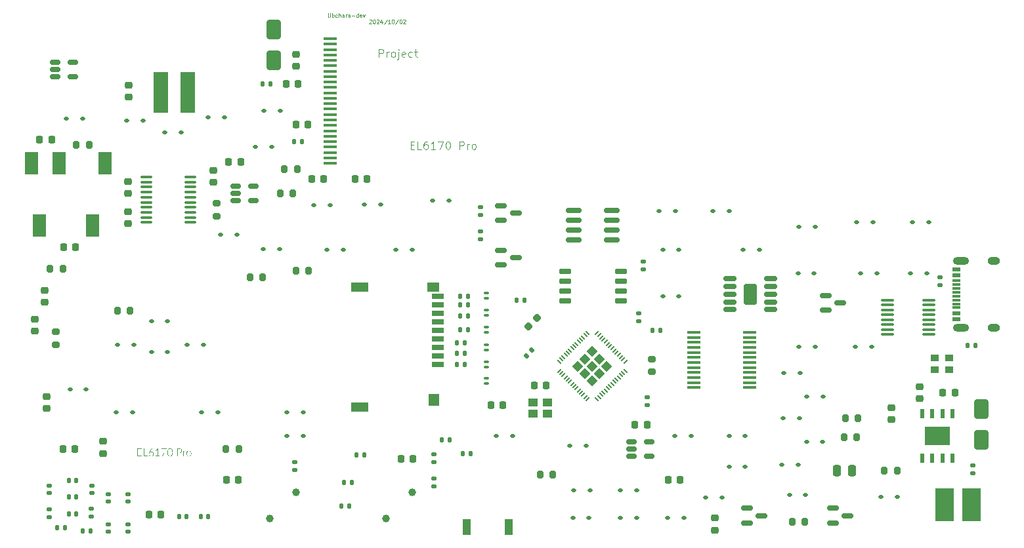
<source format=gtp>
G04 Layer: TopPasteMaskLayer*
G04 EasyEDA Pro v2.2.27.1, 2024-10-03 04:14:18*
G04 Gerber Generator version 0.3*
G04 Scale: 100 percent, Rotated: No, Reflected: No*
G04 Dimensions in millimeters*
G04 Leading zeros omitted, absolute positions, 3 integers and 5 decimals*

%TF.GenerationSoftware,KiCad,Pcbnew,8.0.5-unknown-202409261835~48b9027842~ubuntu24.04.1*%
%TF.CreationDate,2024-10-03T03:13:53+08:00*%
%TF.ProjectId,EL6170_Pro_Max_Plus,454c3631-3730-45f5-9072-6f5f4d61785f,rev?*%
%TF.SameCoordinates,Original*%
%TF.FileFunction,Paste,Top*%
%TF.FilePolarity,Positive*%
%FSLAX46Y46*%
G04 Gerber Fmt 4.6, Leading zero omitted, Abs format (unit mm)*
G04 Created by KiCad (PCBNEW 8.0.5-unknown-202409261835~48b9027842~ubuntu24.04.1) date 2024-10-03 03:13:53*
%MOMM*%
%LPD*%
G01*
G04 APERTURE LIST*
G04 Aperture macros list*
%AMRoundRect*
0 Rectangle with rounded corners*
0 $1 Rounding radius*
0 $2 $3 $4 $5 $6 $7 $8 $9 X,Y pos of 4 corners*
0 Add a 4 corners polygon primitive as box body*
4,1,4,$2,$3,$4,$5,$6,$7,$8,$9,$2,$3,0*
0 Add four circle primitives for the rounded corners*
1,1,$1+$1,$2,$3*
1,1,$1+$1,$4,$5*
1,1,$1+$1,$6,$7*
1,1,$1+$1,$8,$9*
0 Add four rect primitives between the rounded corners*
20,1,$1+$1,$2,$3,$4,$5,0*
20,1,$1+$1,$4,$5,$6,$7,0*
20,1,$1+$1,$6,$7,$8,$9,0*
20,1,$1+$1,$8,$9,$2,$3,0*%
G04 Aperture macros list end*
%ADD10C,0.100000*%
%ADD11C,0.150000*%
%ADD12C,0.040000*%
%ADD13RoundRect,0.200000X0.200000X0.275000X-0.200000X0.275000X-0.200000X-0.275000X0.200000X-0.275000X0*%
%ADD14RoundRect,0.112500X0.187500X0.112500X-0.187500X0.112500X-0.187500X-0.112500X0.187500X-0.112500X0*%
%ADD15R,1.800000X3.000000*%
%ADD16RoundRect,0.135000X-0.135000X-0.185000X0.135000X-0.185000X0.135000X0.185000X-0.135000X0.185000X0*%
%ADD17RoundRect,0.112500X-0.187500X-0.112500X0.187500X-0.112500X0.187500X0.112500X-0.187500X0.112500X0*%
%ADD18RoundRect,0.140000X0.170000X-0.140000X0.170000X0.140000X-0.170000X0.140000X-0.170000X-0.140000X0*%
%ADD19RoundRect,0.150000X-0.587500X-0.150000X0.587500X-0.150000X0.587500X0.150000X-0.587500X0.150000X0*%
%ADD20RoundRect,0.225000X0.225000X0.250000X-0.225000X0.250000X-0.225000X-0.250000X0.225000X-0.250000X0*%
%ADD21RoundRect,0.147500X-0.147500X-0.172500X0.147500X-0.172500X0.147500X0.172500X-0.147500X0.172500X0*%
%ADD22RoundRect,0.218750X0.218750X0.256250X-0.218750X0.256250X-0.218750X-0.256250X0.218750X-0.256250X0*%
%ADD23RoundRect,0.100000X-0.637500X-0.100000X0.637500X-0.100000X0.637500X0.100000X-0.637500X0.100000X0*%
%ADD24RoundRect,0.225000X-0.250000X0.225000X-0.250000X-0.225000X0.250000X-0.225000X0.250000X0.225000X0*%
%ADD25RoundRect,0.147500X-0.172500X0.147500X-0.172500X-0.147500X0.172500X-0.147500X0.172500X0.147500X0*%
%ADD26RoundRect,0.135000X-0.185000X0.135000X-0.185000X-0.135000X0.185000X-0.135000X0.185000X0.135000X0*%
%ADD27RoundRect,0.140000X-0.140000X-0.170000X0.140000X-0.170000X0.140000X0.170000X-0.140000X0.170000X0*%
%ADD28RoundRect,0.225000X0.250000X-0.225000X0.250000X0.225000X-0.250000X0.225000X-0.250000X-0.225000X0*%
%ADD29R,1.600000X0.700000*%
%ADD30R,1.600000X1.200000*%
%ADD31R,2.200000X1.200000*%
%ADD32R,1.400000X1.600000*%
%ADD33RoundRect,0.225000X-0.225000X-0.250000X0.225000X-0.250000X0.225000X0.250000X-0.225000X0.250000X0*%
%ADD34RoundRect,0.200000X-0.200000X-0.275000X0.200000X-0.275000X0.200000X0.275000X-0.200000X0.275000X0*%
%ADD35RoundRect,0.140000X-0.170000X0.140000X-0.170000X-0.140000X0.170000X-0.140000X0.170000X0.140000X0*%
%ADD36RoundRect,0.050000X-0.250000X0.100000X-0.250000X-0.100000X0.250000X-0.100000X0.250000X0.100000X0*%
%ADD37RoundRect,0.150000X-0.512500X-0.150000X0.512500X-0.150000X0.512500X0.150000X-0.512500X0.150000X0*%
%ADD38RoundRect,0.135000X0.135000X0.185000X-0.135000X0.185000X-0.135000X-0.185000X0.135000X-0.185000X0*%
%ADD39RoundRect,0.150000X-0.825000X-0.150000X0.825000X-0.150000X0.825000X0.150000X-0.825000X0.150000X0*%
%ADD40RoundRect,0.140000X0.140000X0.170000X-0.140000X0.170000X-0.140000X-0.170000X0.140000X-0.170000X0*%
%ADD41RoundRect,0.135000X0.185000X-0.135000X0.185000X0.135000X-0.185000X0.135000X-0.185000X-0.135000X0*%
%ADD42R,2.400000X4.300000*%
%ADD43R,1.000000X0.300000*%
%ADD44O,2.100000X1.000000*%
%ADD45R,1.000000X0.600000*%
%ADD46O,1.600000X1.000000*%
%ADD47RoundRect,0.250000X0.650000X-1.000000X0.650000X1.000000X-0.650000X1.000000X-0.650000X-1.000000X0*%
%ADD48RoundRect,0.218750X-0.218750X-0.256250X0.218750X-0.256250X0.218750X0.256250X-0.218750X0.256250X0*%
%ADD49C,1.000000*%
%ADD50R,1.000000X0.900000*%
%ADD51RoundRect,0.250000X-0.595000X-1.080000X0.595000X-1.080000X0.595000X1.080000X-0.595000X1.080000X0*%
%ADD52RoundRect,0.150000X-0.687500X-0.150000X0.687500X-0.150000X0.687500X0.150000X-0.687500X0.150000X0*%
%ADD53RoundRect,0.100000X-0.712500X-0.100000X0.712500X-0.100000X0.712500X0.100000X-0.712500X0.100000X0*%
%ADD54RoundRect,0.200000X0.275000X-0.200000X0.275000X0.200000X-0.275000X0.200000X-0.275000X-0.200000X0*%
%ADD55RoundRect,0.200000X-0.275000X0.200000X-0.275000X-0.200000X0.275000X-0.200000X0.275000X0.200000X0*%
%ADD56R,1.900000X5.300000*%
%ADD57R,1.750000X0.450000*%
%ADD58RoundRect,0.150000X-0.650000X-0.150000X0.650000X-0.150000X0.650000X0.150000X-0.650000X0.150000X0*%
%ADD59R,1.200000X1.100000*%
%ADD60RoundRect,0.218750X0.026517X-0.335876X0.335876X-0.026517X-0.026517X0.335876X-0.335876X0.026517X0*%
%ADD61R,1.800000X0.400000*%
%ADD62R,0.600000X1.200000*%
%ADD63R,3.300000X2.400000*%
%ADD64RoundRect,0.147500X0.017678X-0.226274X0.226274X-0.017678X-0.017678X0.226274X-0.226274X0.017678X0*%
%ADD65RoundRect,0.250000X-0.250000X-0.475000X0.250000X-0.475000X0.250000X0.475000X-0.250000X0.475000X0*%
%ADD66R,1.000000X2.000000*%
%ADD67RoundRect,0.250000X0.000000X-0.403051X0.403051X0.000000X0.000000X0.403051X-0.403051X0.000000X0*%
%ADD68RoundRect,0.050000X-0.212132X-0.282843X0.282843X0.212132X0.212132X0.282843X-0.282843X-0.212132X0*%
%ADD69RoundRect,0.050000X0.212132X-0.282843X0.282843X-0.212132X-0.212132X0.282843X-0.282843X0.212132X0*%
G04 APERTURE END LIST*
D10*
X138403884Y-70072419D02*
X138403884Y-69072419D01*
X138403884Y-69072419D02*
X138784836Y-69072419D01*
X138784836Y-69072419D02*
X138880074Y-69120038D01*
X138880074Y-69120038D02*
X138927693Y-69167657D01*
X138927693Y-69167657D02*
X138975312Y-69262895D01*
X138975312Y-69262895D02*
X138975312Y-69405752D01*
X138975312Y-69405752D02*
X138927693Y-69500990D01*
X138927693Y-69500990D02*
X138880074Y-69548609D01*
X138880074Y-69548609D02*
X138784836Y-69596228D01*
X138784836Y-69596228D02*
X138403884Y-69596228D01*
X139403884Y-70072419D02*
X139403884Y-69405752D01*
X139403884Y-69596228D02*
X139451503Y-69500990D01*
X139451503Y-69500990D02*
X139499122Y-69453371D01*
X139499122Y-69453371D02*
X139594360Y-69405752D01*
X139594360Y-69405752D02*
X139689598Y-69405752D01*
X140165789Y-70072419D02*
X140070551Y-70024800D01*
X140070551Y-70024800D02*
X140022932Y-69977180D01*
X140022932Y-69977180D02*
X139975313Y-69881942D01*
X139975313Y-69881942D02*
X139975313Y-69596228D01*
X139975313Y-69596228D02*
X140022932Y-69500990D01*
X140022932Y-69500990D02*
X140070551Y-69453371D01*
X140070551Y-69453371D02*
X140165789Y-69405752D01*
X140165789Y-69405752D02*
X140308646Y-69405752D01*
X140308646Y-69405752D02*
X140403884Y-69453371D01*
X140403884Y-69453371D02*
X140451503Y-69500990D01*
X140451503Y-69500990D02*
X140499122Y-69596228D01*
X140499122Y-69596228D02*
X140499122Y-69881942D01*
X140499122Y-69881942D02*
X140451503Y-69977180D01*
X140451503Y-69977180D02*
X140403884Y-70024800D01*
X140403884Y-70024800D02*
X140308646Y-70072419D01*
X140308646Y-70072419D02*
X140165789Y-70072419D01*
X140927694Y-69405752D02*
X140927694Y-70262895D01*
X140927694Y-70262895D02*
X140880075Y-70358133D01*
X140880075Y-70358133D02*
X140784837Y-70405752D01*
X140784837Y-70405752D02*
X140737218Y-70405752D01*
X140927694Y-69072419D02*
X140880075Y-69120038D01*
X140880075Y-69120038D02*
X140927694Y-69167657D01*
X140927694Y-69167657D02*
X140975313Y-69120038D01*
X140975313Y-69120038D02*
X140927694Y-69072419D01*
X140927694Y-69072419D02*
X140927694Y-69167657D01*
X141784836Y-70024800D02*
X141689598Y-70072419D01*
X141689598Y-70072419D02*
X141499122Y-70072419D01*
X141499122Y-70072419D02*
X141403884Y-70024800D01*
X141403884Y-70024800D02*
X141356265Y-69929561D01*
X141356265Y-69929561D02*
X141356265Y-69548609D01*
X141356265Y-69548609D02*
X141403884Y-69453371D01*
X141403884Y-69453371D02*
X141499122Y-69405752D01*
X141499122Y-69405752D02*
X141689598Y-69405752D01*
X141689598Y-69405752D02*
X141784836Y-69453371D01*
X141784836Y-69453371D02*
X141832455Y-69548609D01*
X141832455Y-69548609D02*
X141832455Y-69643847D01*
X141832455Y-69643847D02*
X141356265Y-69739085D01*
X142689598Y-70024800D02*
X142594360Y-70072419D01*
X142594360Y-70072419D02*
X142403884Y-70072419D01*
X142403884Y-70072419D02*
X142308646Y-70024800D01*
X142308646Y-70024800D02*
X142261027Y-69977180D01*
X142261027Y-69977180D02*
X142213408Y-69881942D01*
X142213408Y-69881942D02*
X142213408Y-69596228D01*
X142213408Y-69596228D02*
X142261027Y-69500990D01*
X142261027Y-69500990D02*
X142308646Y-69453371D01*
X142308646Y-69453371D02*
X142403884Y-69405752D01*
X142403884Y-69405752D02*
X142594360Y-69405752D01*
X142594360Y-69405752D02*
X142689598Y-69453371D01*
X142975313Y-69405752D02*
X143356265Y-69405752D01*
X143118170Y-69072419D02*
X143118170Y-69929561D01*
X143118170Y-69929561D02*
X143165789Y-70024800D01*
X143165789Y-70024800D02*
X143261027Y-70072419D01*
X143261027Y-70072419D02*
X143356265Y-70072419D01*
D11*
G36*
X107844940Y-121567473D02*
G01*
X107843475Y-121630000D01*
X107247034Y-121630000D01*
X107247034Y-120629581D01*
X107843475Y-120629581D01*
X107843475Y-120692107D01*
X107319574Y-120692107D01*
X107319574Y-121082896D01*
X107755547Y-121082896D01*
X107755547Y-121145422D01*
X107319574Y-121145422D01*
X107319574Y-121567473D01*
X107844940Y-121567473D01*
G37*
G36*
X108602581Y-121567473D02*
G01*
X108602581Y-121630000D01*
X108058897Y-121630000D01*
X108058897Y-120629581D01*
X108131437Y-120629581D01*
X108131437Y-121567473D01*
X108602581Y-121567473D01*
G37*
G36*
X108912037Y-121021591D02*
G01*
X108882556Y-121061605D01*
X108871981Y-121076301D01*
X108844633Y-121117491D01*
X108839009Y-121126859D01*
X108878285Y-121093059D01*
X108923452Y-121066459D01*
X108937438Y-121060181D01*
X108985450Y-121044525D01*
X109037009Y-121036851D01*
X109062002Y-121036001D01*
X109112343Y-121039508D01*
X109162859Y-121051128D01*
X109179972Y-121057250D01*
X109224517Y-121079162D01*
X109265812Y-121110006D01*
X109273272Y-121117090D01*
X109306152Y-121156688D01*
X109330061Y-121200232D01*
X109334333Y-121210390D01*
X109349527Y-121260786D01*
X109356017Y-121312104D01*
X109356559Y-121333000D01*
X109353159Y-121382448D01*
X109341801Y-121432683D01*
X109332379Y-121458297D01*
X109309548Y-121502194D01*
X109277839Y-121543788D01*
X109264724Y-121557215D01*
X109226737Y-121588126D01*
X109183026Y-121612991D01*
X109160921Y-121622428D01*
X109113957Y-121636567D01*
X109063559Y-121644181D01*
X109028053Y-121645631D01*
X108977529Y-121642437D01*
X108926593Y-121631767D01*
X108900802Y-121622916D01*
X108856669Y-121601196D01*
X108815182Y-121570501D01*
X108801884Y-121557704D01*
X108769533Y-121516751D01*
X108745856Y-121472361D01*
X108738381Y-121453656D01*
X108724688Y-121405262D01*
X108717315Y-121352402D01*
X108716629Y-121333977D01*
X108781367Y-121333977D01*
X108785124Y-121385909D01*
X108796394Y-121434083D01*
X108798464Y-121440223D01*
X108819347Y-121485530D01*
X108847313Y-121524242D01*
X108884978Y-121557269D01*
X108924738Y-121579197D01*
X108973281Y-121593852D01*
X109024003Y-121598717D01*
X109027564Y-121598736D01*
X109078107Y-121594996D01*
X109127280Y-121582689D01*
X109136496Y-121579197D01*
X109181437Y-121555750D01*
X109219050Y-121524975D01*
X109250901Y-121484472D01*
X109271563Y-121442665D01*
X109285301Y-121392962D01*
X109289863Y-121342594D01*
X109289881Y-121339106D01*
X109286421Y-121289585D01*
X109275037Y-121241403D01*
X109271807Y-121232372D01*
X109250252Y-121188408D01*
X109221249Y-121151772D01*
X109182959Y-121120822D01*
X109143335Y-121100725D01*
X109095952Y-121087353D01*
X109047094Y-121082913D01*
X109043684Y-121082896D01*
X108991926Y-121087150D01*
X108942073Y-121101150D01*
X108932798Y-121105122D01*
X108887735Y-121130645D01*
X108850244Y-121162763D01*
X108818981Y-121202958D01*
X108798953Y-121243119D01*
X108785231Y-121291144D01*
X108781367Y-121333977D01*
X108716629Y-121333977D01*
X108715910Y-121314682D01*
X108720788Y-121264317D01*
X108733948Y-121213318D01*
X108745464Y-121181570D01*
X108767631Y-121133422D01*
X108793905Y-121087112D01*
X108822286Y-121043580D01*
X108842428Y-121015240D01*
X109114026Y-120645945D01*
X109149930Y-120629581D01*
X109209036Y-120629581D01*
X108912037Y-121021591D01*
G37*
G36*
X110133251Y-121583105D02*
G01*
X110133251Y-121630000D01*
X109619853Y-121630000D01*
X109619853Y-121583105D01*
X109848464Y-121583105D01*
X109848464Y-120779302D01*
X109850662Y-120728988D01*
X109631088Y-120923161D01*
X109611304Y-120929511D01*
X109595917Y-120920963D01*
X109575645Y-120892875D01*
X109863119Y-120629581D01*
X109915875Y-120629581D01*
X109915875Y-121583105D01*
X110133251Y-121583105D01*
G37*
G36*
X110994452Y-120629581D02*
G01*
X110994452Y-120660111D01*
X110991521Y-120681116D01*
X110985415Y-120696259D01*
X110529413Y-121604598D01*
X110514270Y-121622916D01*
X110489357Y-121630000D01*
X110442951Y-121630000D01*
X110903105Y-120725324D01*
X110924842Y-120692107D01*
X110350872Y-120692107D01*
X110337438Y-120686489D01*
X110331821Y-120672812D01*
X110331821Y-120629581D01*
X110994452Y-120629581D01*
G37*
G36*
X111512826Y-120617615D02*
G01*
X111564643Y-120629974D01*
X111601884Y-120644968D01*
X111644726Y-120670132D01*
X111683586Y-120702973D01*
X111715457Y-120739490D01*
X111743831Y-120782471D01*
X111765941Y-120826783D01*
X111784806Y-120876426D01*
X111792149Y-120900202D01*
X111804544Y-120950913D01*
X111813398Y-121006081D01*
X111818240Y-121058010D01*
X111820370Y-121113351D01*
X111820481Y-121129790D01*
X111819125Y-121186118D01*
X111815058Y-121239057D01*
X111808279Y-121288607D01*
X111797212Y-121341085D01*
X111792149Y-121359623D01*
X111776823Y-121406014D01*
X111756515Y-121453204D01*
X111730145Y-121499429D01*
X111715457Y-121520090D01*
X111680218Y-121559910D01*
X111640996Y-121592053D01*
X111601884Y-121614612D01*
X111556179Y-121632272D01*
X111508396Y-121642602D01*
X111463154Y-121645631D01*
X111413372Y-121641966D01*
X111361565Y-121629607D01*
X111324424Y-121614612D01*
X111281831Y-121589448D01*
X111243047Y-121556607D01*
X111211095Y-121520090D01*
X111182874Y-121477133D01*
X111160900Y-121432884D01*
X111142173Y-121383341D01*
X111134891Y-121359623D01*
X111122710Y-121308805D01*
X111114009Y-121253560D01*
X111109250Y-121201590D01*
X111107156Y-121146230D01*
X111107050Y-121130034D01*
X111175924Y-121130034D01*
X111177034Y-121183491D01*
X111180365Y-121233371D01*
X111186891Y-121285998D01*
X111196317Y-121333953D01*
X111199127Y-121345212D01*
X111213572Y-121392553D01*
X111232568Y-121439216D01*
X111257044Y-121483329D01*
X111261898Y-121490537D01*
X111293176Y-121528559D01*
X111331092Y-121560059D01*
X111353244Y-121572847D01*
X111399887Y-121590545D01*
X111448774Y-121598332D01*
X111463154Y-121598736D01*
X111512561Y-121593781D01*
X111559912Y-121578915D01*
X111573063Y-121572847D01*
X111616393Y-121544349D01*
X111651940Y-121507423D01*
X111664410Y-121490537D01*
X111689401Y-121447799D01*
X111708864Y-121402385D01*
X111725226Y-121350722D01*
X111726692Y-121345212D01*
X111738026Y-121292248D01*
X111744987Y-121240205D01*
X111748674Y-121190836D01*
X111750116Y-121137890D01*
X111750139Y-121130034D01*
X111749017Y-121076947D01*
X111745651Y-121027319D01*
X111739057Y-120974837D01*
X111729531Y-120926874D01*
X111726692Y-120915589D01*
X111712384Y-120868032D01*
X111693541Y-120821263D01*
X111669233Y-120777201D01*
X111664410Y-120770020D01*
X111633360Y-120731816D01*
X111595383Y-120700117D01*
X111573063Y-120687222D01*
X111526300Y-120669190D01*
X111477480Y-120661256D01*
X111463154Y-120660844D01*
X111413626Y-120665893D01*
X111366342Y-120681040D01*
X111353244Y-120687222D01*
X111310155Y-120715933D01*
X111274496Y-120753058D01*
X111261898Y-120770020D01*
X111236739Y-120812677D01*
X111217123Y-120858167D01*
X111200608Y-120910049D01*
X111199127Y-120915589D01*
X111187911Y-120968595D01*
X111181022Y-121020512D01*
X111177374Y-121069645D01*
X111175947Y-121122239D01*
X111175924Y-121130034D01*
X111107050Y-121130034D01*
X111107048Y-121129790D01*
X111108380Y-121073474D01*
X111112377Y-121020570D01*
X111119039Y-120971079D01*
X111129915Y-120918696D01*
X111134891Y-120900202D01*
X111150095Y-120853704D01*
X111170266Y-120806430D01*
X111196483Y-120760158D01*
X111211095Y-120739490D01*
X111246415Y-120699670D01*
X111285545Y-120667527D01*
X111324424Y-120644968D01*
X111370018Y-120627308D01*
X111417807Y-120616978D01*
X111463154Y-120613949D01*
X111512826Y-120617615D01*
G37*
G36*
X112704749Y-120631453D02*
G01*
X112762337Y-120638643D01*
X112813862Y-120651225D01*
X112859326Y-120669200D01*
X112904705Y-120696986D01*
X112916154Y-120706273D01*
X112950891Y-120742863D01*
X112977096Y-120785741D01*
X112994769Y-120834906D01*
X113003910Y-120890360D01*
X113005303Y-120924870D01*
X113001232Y-120976163D01*
X112989018Y-121024069D01*
X112980635Y-121045038D01*
X112955029Y-121090058D01*
X112921383Y-121129374D01*
X112910293Y-121139560D01*
X112869918Y-121169004D01*
X112823013Y-121192645D01*
X112799162Y-121201598D01*
X112747802Y-121214993D01*
X112696740Y-121221841D01*
X112652128Y-121223579D01*
X112467236Y-121223579D01*
X112467236Y-121630000D01*
X112394696Y-121630000D01*
X112394696Y-121176685D01*
X112467236Y-121176685D01*
X112652128Y-121176685D01*
X112703095Y-121173541D01*
X112753023Y-121163122D01*
X112769609Y-121157634D01*
X112814893Y-121136554D01*
X112855506Y-121106970D01*
X112857780Y-121104877D01*
X112891622Y-121065619D01*
X112913468Y-121025254D01*
X112927939Y-120977260D01*
X112932744Y-120928495D01*
X112932763Y-120925115D01*
X112929397Y-120875492D01*
X112917307Y-120825220D01*
X112893196Y-120776875D01*
X112862421Y-120741200D01*
X112817347Y-120709912D01*
X112768037Y-120690697D01*
X112717753Y-120680521D01*
X112660807Y-120676539D01*
X112652128Y-120676475D01*
X112467236Y-120676475D01*
X112467236Y-121176685D01*
X112394696Y-121176685D01*
X112394696Y-120629581D01*
X112652128Y-120629581D01*
X112704749Y-120631453D01*
G37*
G36*
X113220237Y-121093398D02*
G01*
X113240038Y-121047777D01*
X113257362Y-121016461D01*
X113287240Y-120976641D01*
X113304989Y-120959309D01*
X113347242Y-120931281D01*
X113365561Y-120923405D01*
X113415034Y-120912165D01*
X113439811Y-120910949D01*
X113482554Y-120915589D01*
X113519923Y-120931953D01*
X113514305Y-120973719D01*
X113501116Y-120983977D01*
X113475226Y-120978848D01*
X113430041Y-120973475D01*
X113380503Y-120978944D01*
X113357745Y-120986175D01*
X113314423Y-121012141D01*
X113301570Y-121024033D01*
X113270201Y-121064396D01*
X113257850Y-121086559D01*
X113237972Y-121131880D01*
X113223900Y-121172044D01*
X113223900Y-121630000D01*
X113156245Y-121630000D01*
X113156245Y-120926580D01*
X113192149Y-120926580D01*
X113209002Y-120930976D01*
X113215352Y-120946120D01*
X113220237Y-121093398D01*
G37*
G36*
X113938572Y-120914037D02*
G01*
X113988667Y-120924449D01*
X114023307Y-120937083D01*
X114068625Y-120961944D01*
X114107734Y-120994062D01*
X114123691Y-121011332D01*
X114153647Y-121053692D01*
X114175646Y-121098588D01*
X114185973Y-121127348D01*
X114198210Y-121175794D01*
X114205367Y-121228108D01*
X114207466Y-121279023D01*
X114205367Y-121329913D01*
X114198210Y-121382145D01*
X114185973Y-121430453D01*
X114167140Y-121478298D01*
X114142879Y-121520716D01*
X114123691Y-121545980D01*
X114087447Y-121581248D01*
X114044994Y-121609260D01*
X114023307Y-121619741D01*
X113976561Y-121635518D01*
X113925351Y-121644013D01*
X113888729Y-121645631D01*
X113838858Y-121642572D01*
X113788666Y-121632256D01*
X113753907Y-121619741D01*
X113708668Y-121595078D01*
X113669394Y-121563159D01*
X113653279Y-121545980D01*
X113623165Y-121503701D01*
X113601092Y-121459022D01*
X113590753Y-121430453D01*
X113578655Y-121382145D01*
X113571579Y-121329913D01*
X113569504Y-121279023D01*
X113638381Y-121279023D01*
X113640579Y-121331985D01*
X113647173Y-121380963D01*
X113654012Y-121411402D01*
X113670849Y-121459801D01*
X113695424Y-121504291D01*
X113701151Y-121512274D01*
X113736444Y-121549216D01*
X113779309Y-121576510D01*
X113826707Y-121592464D01*
X113877143Y-121598541D01*
X113888729Y-121598736D01*
X113940401Y-121594482D01*
X113989020Y-121580482D01*
X113997906Y-121576510D01*
X114040893Y-121549216D01*
X114076064Y-121512274D01*
X114102060Y-121469309D01*
X114119932Y-121422332D01*
X114122958Y-121411402D01*
X114132921Y-121361040D01*
X114137609Y-121310402D01*
X114138346Y-121279023D01*
X114136182Y-121226472D01*
X114129690Y-121177631D01*
X114122958Y-121147131D01*
X114106409Y-121098352D01*
X114081830Y-121053558D01*
X114076064Y-121045526D01*
X114040893Y-121008157D01*
X113997906Y-120980558D01*
X113950683Y-120964254D01*
X113900314Y-120958043D01*
X113888729Y-120957843D01*
X113837011Y-120962191D01*
X113788239Y-120976498D01*
X113779309Y-120980558D01*
X113736444Y-121008157D01*
X113701151Y-121045526D01*
X113675223Y-121088775D01*
X113657124Y-121136112D01*
X113654012Y-121147131D01*
X113643891Y-121197531D01*
X113639129Y-121247917D01*
X113638381Y-121279023D01*
X113569504Y-121279023D01*
X113571579Y-121228108D01*
X113578655Y-121175794D01*
X113590753Y-121127348D01*
X113609621Y-121079205D01*
X113633984Y-121036627D01*
X113653279Y-121011332D01*
X113689800Y-120975866D01*
X113732286Y-120947656D01*
X113753907Y-120937083D01*
X113800802Y-120921157D01*
X113852093Y-120912582D01*
X113888729Y-120910949D01*
X113938572Y-120914037D01*
G37*
D10*
X142503884Y-81448609D02*
X142837217Y-81448609D01*
X142980074Y-81972419D02*
X142503884Y-81972419D01*
X142503884Y-81972419D02*
X142503884Y-80972419D01*
X142503884Y-80972419D02*
X142980074Y-80972419D01*
X143884836Y-81972419D02*
X143408646Y-81972419D01*
X143408646Y-81972419D02*
X143408646Y-80972419D01*
X144646741Y-80972419D02*
X144456265Y-80972419D01*
X144456265Y-80972419D02*
X144361027Y-81020038D01*
X144361027Y-81020038D02*
X144313408Y-81067657D01*
X144313408Y-81067657D02*
X144218170Y-81210514D01*
X144218170Y-81210514D02*
X144170551Y-81400990D01*
X144170551Y-81400990D02*
X144170551Y-81781942D01*
X144170551Y-81781942D02*
X144218170Y-81877180D01*
X144218170Y-81877180D02*
X144265789Y-81924800D01*
X144265789Y-81924800D02*
X144361027Y-81972419D01*
X144361027Y-81972419D02*
X144551503Y-81972419D01*
X144551503Y-81972419D02*
X144646741Y-81924800D01*
X144646741Y-81924800D02*
X144694360Y-81877180D01*
X144694360Y-81877180D02*
X144741979Y-81781942D01*
X144741979Y-81781942D02*
X144741979Y-81543847D01*
X144741979Y-81543847D02*
X144694360Y-81448609D01*
X144694360Y-81448609D02*
X144646741Y-81400990D01*
X144646741Y-81400990D02*
X144551503Y-81353371D01*
X144551503Y-81353371D02*
X144361027Y-81353371D01*
X144361027Y-81353371D02*
X144265789Y-81400990D01*
X144265789Y-81400990D02*
X144218170Y-81448609D01*
X144218170Y-81448609D02*
X144170551Y-81543847D01*
X145694360Y-81972419D02*
X145122932Y-81972419D01*
X145408646Y-81972419D02*
X145408646Y-80972419D01*
X145408646Y-80972419D02*
X145313408Y-81115276D01*
X145313408Y-81115276D02*
X145218170Y-81210514D01*
X145218170Y-81210514D02*
X145122932Y-81258133D01*
X146027694Y-80972419D02*
X146694360Y-80972419D01*
X146694360Y-80972419D02*
X146265789Y-81972419D01*
X147265789Y-80972419D02*
X147361027Y-80972419D01*
X147361027Y-80972419D02*
X147456265Y-81020038D01*
X147456265Y-81020038D02*
X147503884Y-81067657D01*
X147503884Y-81067657D02*
X147551503Y-81162895D01*
X147551503Y-81162895D02*
X147599122Y-81353371D01*
X147599122Y-81353371D02*
X147599122Y-81591466D01*
X147599122Y-81591466D02*
X147551503Y-81781942D01*
X147551503Y-81781942D02*
X147503884Y-81877180D01*
X147503884Y-81877180D02*
X147456265Y-81924800D01*
X147456265Y-81924800D02*
X147361027Y-81972419D01*
X147361027Y-81972419D02*
X147265789Y-81972419D01*
X147265789Y-81972419D02*
X147170551Y-81924800D01*
X147170551Y-81924800D02*
X147122932Y-81877180D01*
X147122932Y-81877180D02*
X147075313Y-81781942D01*
X147075313Y-81781942D02*
X147027694Y-81591466D01*
X147027694Y-81591466D02*
X147027694Y-81353371D01*
X147027694Y-81353371D02*
X147075313Y-81162895D01*
X147075313Y-81162895D02*
X147122932Y-81067657D01*
X147122932Y-81067657D02*
X147170551Y-81020038D01*
X147170551Y-81020038D02*
X147265789Y-80972419D01*
X148789599Y-81972419D02*
X148789599Y-80972419D01*
X148789599Y-80972419D02*
X149170551Y-80972419D01*
X149170551Y-80972419D02*
X149265789Y-81020038D01*
X149265789Y-81020038D02*
X149313408Y-81067657D01*
X149313408Y-81067657D02*
X149361027Y-81162895D01*
X149361027Y-81162895D02*
X149361027Y-81305752D01*
X149361027Y-81305752D02*
X149313408Y-81400990D01*
X149313408Y-81400990D02*
X149265789Y-81448609D01*
X149265789Y-81448609D02*
X149170551Y-81496228D01*
X149170551Y-81496228D02*
X148789599Y-81496228D01*
X149789599Y-81972419D02*
X149789599Y-81305752D01*
X149789599Y-81496228D02*
X149837218Y-81400990D01*
X149837218Y-81400990D02*
X149884837Y-81353371D01*
X149884837Y-81353371D02*
X149980075Y-81305752D01*
X149980075Y-81305752D02*
X150075313Y-81305752D01*
X150551504Y-81972419D02*
X150456266Y-81924800D01*
X150456266Y-81924800D02*
X150408647Y-81877180D01*
X150408647Y-81877180D02*
X150361028Y-81781942D01*
X150361028Y-81781942D02*
X150361028Y-81496228D01*
X150361028Y-81496228D02*
X150408647Y-81400990D01*
X150408647Y-81400990D02*
X150456266Y-81353371D01*
X150456266Y-81353371D02*
X150551504Y-81305752D01*
X150551504Y-81305752D02*
X150694361Y-81305752D01*
X150694361Y-81305752D02*
X150789599Y-81353371D01*
X150789599Y-81353371D02*
X150837218Y-81400990D01*
X150837218Y-81400990D02*
X150884837Y-81496228D01*
X150884837Y-81496228D02*
X150884837Y-81781942D01*
X150884837Y-81781942D02*
X150837218Y-81877180D01*
X150837218Y-81877180D02*
X150789599Y-81924800D01*
X150789599Y-81924800D02*
X150694361Y-81972419D01*
X150694361Y-81972419D02*
X150551504Y-81972419D01*
D12*
X131916791Y-64931757D02*
X131869172Y-64907948D01*
X131869172Y-64907948D02*
X131845362Y-64860328D01*
X131845362Y-64860328D02*
X131845362Y-64431757D01*
X132107267Y-64931757D02*
X132107267Y-64598424D01*
X132107267Y-64431757D02*
X132083458Y-64455567D01*
X132083458Y-64455567D02*
X132107267Y-64479376D01*
X132107267Y-64479376D02*
X132131077Y-64455567D01*
X132131077Y-64455567D02*
X132107267Y-64431757D01*
X132107267Y-64431757D02*
X132107267Y-64479376D01*
X132345362Y-64931757D02*
X132345362Y-64431757D01*
X132345362Y-64622233D02*
X132392981Y-64598424D01*
X132392981Y-64598424D02*
X132488219Y-64598424D01*
X132488219Y-64598424D02*
X132535838Y-64622233D01*
X132535838Y-64622233D02*
X132559648Y-64646043D01*
X132559648Y-64646043D02*
X132583457Y-64693662D01*
X132583457Y-64693662D02*
X132583457Y-64836519D01*
X132583457Y-64836519D02*
X132559648Y-64884138D01*
X132559648Y-64884138D02*
X132535838Y-64907948D01*
X132535838Y-64907948D02*
X132488219Y-64931757D01*
X132488219Y-64931757D02*
X132392981Y-64931757D01*
X132392981Y-64931757D02*
X132345362Y-64907948D01*
X133012029Y-64907948D02*
X132964410Y-64931757D01*
X132964410Y-64931757D02*
X132869172Y-64931757D01*
X132869172Y-64931757D02*
X132821553Y-64907948D01*
X132821553Y-64907948D02*
X132797743Y-64884138D01*
X132797743Y-64884138D02*
X132773934Y-64836519D01*
X132773934Y-64836519D02*
X132773934Y-64693662D01*
X132773934Y-64693662D02*
X132797743Y-64646043D01*
X132797743Y-64646043D02*
X132821553Y-64622233D01*
X132821553Y-64622233D02*
X132869172Y-64598424D01*
X132869172Y-64598424D02*
X132964410Y-64598424D01*
X132964410Y-64598424D02*
X133012029Y-64622233D01*
X133226314Y-64931757D02*
X133226314Y-64431757D01*
X133440600Y-64931757D02*
X133440600Y-64669852D01*
X133440600Y-64669852D02*
X133416790Y-64622233D01*
X133416790Y-64622233D02*
X133369171Y-64598424D01*
X133369171Y-64598424D02*
X133297743Y-64598424D01*
X133297743Y-64598424D02*
X133250124Y-64622233D01*
X133250124Y-64622233D02*
X133226314Y-64646043D01*
X133892981Y-64931757D02*
X133892981Y-64669852D01*
X133892981Y-64669852D02*
X133869171Y-64622233D01*
X133869171Y-64622233D02*
X133821552Y-64598424D01*
X133821552Y-64598424D02*
X133726314Y-64598424D01*
X133726314Y-64598424D02*
X133678695Y-64622233D01*
X133892981Y-64907948D02*
X133845362Y-64931757D01*
X133845362Y-64931757D02*
X133726314Y-64931757D01*
X133726314Y-64931757D02*
X133678695Y-64907948D01*
X133678695Y-64907948D02*
X133654886Y-64860328D01*
X133654886Y-64860328D02*
X133654886Y-64812709D01*
X133654886Y-64812709D02*
X133678695Y-64765090D01*
X133678695Y-64765090D02*
X133726314Y-64741281D01*
X133726314Y-64741281D02*
X133845362Y-64741281D01*
X133845362Y-64741281D02*
X133892981Y-64717471D01*
X134131076Y-64931757D02*
X134131076Y-64598424D01*
X134131076Y-64693662D02*
X134154886Y-64646043D01*
X134154886Y-64646043D02*
X134178695Y-64622233D01*
X134178695Y-64622233D02*
X134226314Y-64598424D01*
X134226314Y-64598424D02*
X134273933Y-64598424D01*
X134654886Y-64931757D02*
X134654886Y-64669852D01*
X134654886Y-64669852D02*
X134631076Y-64622233D01*
X134631076Y-64622233D02*
X134583457Y-64598424D01*
X134583457Y-64598424D02*
X134488219Y-64598424D01*
X134488219Y-64598424D02*
X134440600Y-64622233D01*
X134654886Y-64907948D02*
X134607267Y-64931757D01*
X134607267Y-64931757D02*
X134488219Y-64931757D01*
X134488219Y-64931757D02*
X134440600Y-64907948D01*
X134440600Y-64907948D02*
X134416791Y-64860328D01*
X134416791Y-64860328D02*
X134416791Y-64812709D01*
X134416791Y-64812709D02*
X134440600Y-64765090D01*
X134440600Y-64765090D02*
X134488219Y-64741281D01*
X134488219Y-64741281D02*
X134607267Y-64741281D01*
X134607267Y-64741281D02*
X134654886Y-64717471D01*
X134892981Y-64741281D02*
X135273934Y-64741281D01*
X135726315Y-64931757D02*
X135726315Y-64431757D01*
X135726315Y-64907948D02*
X135678696Y-64931757D01*
X135678696Y-64931757D02*
X135583458Y-64931757D01*
X135583458Y-64931757D02*
X135535839Y-64907948D01*
X135535839Y-64907948D02*
X135512029Y-64884138D01*
X135512029Y-64884138D02*
X135488220Y-64836519D01*
X135488220Y-64836519D02*
X135488220Y-64693662D01*
X135488220Y-64693662D02*
X135512029Y-64646043D01*
X135512029Y-64646043D02*
X135535839Y-64622233D01*
X135535839Y-64622233D02*
X135583458Y-64598424D01*
X135583458Y-64598424D02*
X135678696Y-64598424D01*
X135678696Y-64598424D02*
X135726315Y-64622233D01*
X136154886Y-64907948D02*
X136107267Y-64931757D01*
X136107267Y-64931757D02*
X136012029Y-64931757D01*
X136012029Y-64931757D02*
X135964410Y-64907948D01*
X135964410Y-64907948D02*
X135940601Y-64860328D01*
X135940601Y-64860328D02*
X135940601Y-64669852D01*
X135940601Y-64669852D02*
X135964410Y-64622233D01*
X135964410Y-64622233D02*
X136012029Y-64598424D01*
X136012029Y-64598424D02*
X136107267Y-64598424D01*
X136107267Y-64598424D02*
X136154886Y-64622233D01*
X136154886Y-64622233D02*
X136178696Y-64669852D01*
X136178696Y-64669852D02*
X136178696Y-64717471D01*
X136178696Y-64717471D02*
X135940601Y-64765090D01*
X136345362Y-64598424D02*
X136464410Y-64931757D01*
X136464410Y-64931757D02*
X136583457Y-64598424D01*
X137154881Y-65284348D02*
X137178690Y-65260539D01*
X137178690Y-65260539D02*
X137226309Y-65236729D01*
X137226309Y-65236729D02*
X137345357Y-65236729D01*
X137345357Y-65236729D02*
X137392976Y-65260539D01*
X137392976Y-65260539D02*
X137416785Y-65284348D01*
X137416785Y-65284348D02*
X137440595Y-65331967D01*
X137440595Y-65331967D02*
X137440595Y-65379586D01*
X137440595Y-65379586D02*
X137416785Y-65451015D01*
X137416785Y-65451015D02*
X137131071Y-65736729D01*
X137131071Y-65736729D02*
X137440595Y-65736729D01*
X137750118Y-65236729D02*
X137797737Y-65236729D01*
X137797737Y-65236729D02*
X137845356Y-65260539D01*
X137845356Y-65260539D02*
X137869166Y-65284348D01*
X137869166Y-65284348D02*
X137892975Y-65331967D01*
X137892975Y-65331967D02*
X137916785Y-65427205D01*
X137916785Y-65427205D02*
X137916785Y-65546253D01*
X137916785Y-65546253D02*
X137892975Y-65641491D01*
X137892975Y-65641491D02*
X137869166Y-65689110D01*
X137869166Y-65689110D02*
X137845356Y-65712920D01*
X137845356Y-65712920D02*
X137797737Y-65736729D01*
X137797737Y-65736729D02*
X137750118Y-65736729D01*
X137750118Y-65736729D02*
X137702499Y-65712920D01*
X137702499Y-65712920D02*
X137678690Y-65689110D01*
X137678690Y-65689110D02*
X137654880Y-65641491D01*
X137654880Y-65641491D02*
X137631071Y-65546253D01*
X137631071Y-65546253D02*
X137631071Y-65427205D01*
X137631071Y-65427205D02*
X137654880Y-65331967D01*
X137654880Y-65331967D02*
X137678690Y-65284348D01*
X137678690Y-65284348D02*
X137702499Y-65260539D01*
X137702499Y-65260539D02*
X137750118Y-65236729D01*
X138107261Y-65284348D02*
X138131070Y-65260539D01*
X138131070Y-65260539D02*
X138178689Y-65236729D01*
X138178689Y-65236729D02*
X138297737Y-65236729D01*
X138297737Y-65236729D02*
X138345356Y-65260539D01*
X138345356Y-65260539D02*
X138369165Y-65284348D01*
X138369165Y-65284348D02*
X138392975Y-65331967D01*
X138392975Y-65331967D02*
X138392975Y-65379586D01*
X138392975Y-65379586D02*
X138369165Y-65451015D01*
X138369165Y-65451015D02*
X138083451Y-65736729D01*
X138083451Y-65736729D02*
X138392975Y-65736729D01*
X138821546Y-65403396D02*
X138821546Y-65736729D01*
X138702498Y-65212920D02*
X138583451Y-65570062D01*
X138583451Y-65570062D02*
X138892974Y-65570062D01*
X139440593Y-65212920D02*
X139012022Y-65855777D01*
X139869165Y-65736729D02*
X139583451Y-65736729D01*
X139726308Y-65736729D02*
X139726308Y-65236729D01*
X139726308Y-65236729D02*
X139678689Y-65308158D01*
X139678689Y-65308158D02*
X139631070Y-65355777D01*
X139631070Y-65355777D02*
X139583451Y-65379586D01*
X140178688Y-65236729D02*
X140226307Y-65236729D01*
X140226307Y-65236729D02*
X140273926Y-65260539D01*
X140273926Y-65260539D02*
X140297736Y-65284348D01*
X140297736Y-65284348D02*
X140321545Y-65331967D01*
X140321545Y-65331967D02*
X140345355Y-65427205D01*
X140345355Y-65427205D02*
X140345355Y-65546253D01*
X140345355Y-65546253D02*
X140321545Y-65641491D01*
X140321545Y-65641491D02*
X140297736Y-65689110D01*
X140297736Y-65689110D02*
X140273926Y-65712920D01*
X140273926Y-65712920D02*
X140226307Y-65736729D01*
X140226307Y-65736729D02*
X140178688Y-65736729D01*
X140178688Y-65736729D02*
X140131069Y-65712920D01*
X140131069Y-65712920D02*
X140107260Y-65689110D01*
X140107260Y-65689110D02*
X140083450Y-65641491D01*
X140083450Y-65641491D02*
X140059641Y-65546253D01*
X140059641Y-65546253D02*
X140059641Y-65427205D01*
X140059641Y-65427205D02*
X140083450Y-65331967D01*
X140083450Y-65331967D02*
X140107260Y-65284348D01*
X140107260Y-65284348D02*
X140131069Y-65260539D01*
X140131069Y-65260539D02*
X140178688Y-65236729D01*
X140916783Y-65212920D02*
X140488212Y-65855777D01*
X141178688Y-65236729D02*
X141226307Y-65236729D01*
X141226307Y-65236729D02*
X141273926Y-65260539D01*
X141273926Y-65260539D02*
X141297736Y-65284348D01*
X141297736Y-65284348D02*
X141321545Y-65331967D01*
X141321545Y-65331967D02*
X141345355Y-65427205D01*
X141345355Y-65427205D02*
X141345355Y-65546253D01*
X141345355Y-65546253D02*
X141321545Y-65641491D01*
X141321545Y-65641491D02*
X141297736Y-65689110D01*
X141297736Y-65689110D02*
X141273926Y-65712920D01*
X141273926Y-65712920D02*
X141226307Y-65736729D01*
X141226307Y-65736729D02*
X141178688Y-65736729D01*
X141178688Y-65736729D02*
X141131069Y-65712920D01*
X141131069Y-65712920D02*
X141107260Y-65689110D01*
X141107260Y-65689110D02*
X141083450Y-65641491D01*
X141083450Y-65641491D02*
X141059641Y-65546253D01*
X141059641Y-65546253D02*
X141059641Y-65427205D01*
X141059641Y-65427205D02*
X141083450Y-65331967D01*
X141083450Y-65331967D02*
X141107260Y-65284348D01*
X141107260Y-65284348D02*
X141131069Y-65260539D01*
X141131069Y-65260539D02*
X141178688Y-65236729D01*
X141535831Y-65284348D02*
X141559640Y-65260539D01*
X141559640Y-65260539D02*
X141607259Y-65236729D01*
X141607259Y-65236729D02*
X141726307Y-65236729D01*
X141726307Y-65236729D02*
X141773926Y-65260539D01*
X141773926Y-65260539D02*
X141797735Y-65284348D01*
X141797735Y-65284348D02*
X141821545Y-65331967D01*
X141821545Y-65331967D02*
X141821545Y-65379586D01*
X141821545Y-65379586D02*
X141797735Y-65451015D01*
X141797735Y-65451015D02*
X141512021Y-65736729D01*
X141512021Y-65736729D02*
X141821545Y-65736729D01*
D13*
%TO.C,R20*%
X123425000Y-98500000D03*
X121775000Y-98500000D03*
%TD*%
D14*
%TO.C,D41*%
X155650000Y-119000000D03*
X153550000Y-119000000D03*
%TD*%
D15*
%TO.C,CN1*%
X101470000Y-91830000D03*
X94570000Y-91830000D03*
X93570000Y-83770000D03*
X97170000Y-83770000D03*
X103070000Y-83770000D03*
%TD*%
D16*
%TO.C,R24*%
X148890000Y-101000000D03*
X149910000Y-101000000D03*
%TD*%
D17*
%TO.C,D54*%
X191350000Y-126600000D03*
X193450000Y-126600000D03*
%TD*%
D13*
%TO.C,R23*%
X205225000Y-123500000D03*
X203575000Y-123500000D03*
%TD*%
D18*
%TO.C,C25*%
X103500000Y-131380000D03*
X103500000Y-130420000D03*
%TD*%
D16*
%TO.C,R30*%
X148490000Y-109800000D03*
X149510000Y-109800000D03*
%TD*%
D19*
%TO.C,Q3*%
X196062500Y-100850000D03*
X196062500Y-102750000D03*
X197937500Y-101800000D03*
%TD*%
D20*
%TO.C,C7*%
X129275000Y-78800000D03*
X127725000Y-78800000D03*
%TD*%
D17*
%TO.C,D50*%
X126550000Y-116000000D03*
X128650000Y-116000000D03*
%TD*%
D21*
%TO.C,L2*%
X149230000Y-121300000D03*
X150200000Y-121300000D03*
%TD*%
D14*
%TO.C,D32*%
X176650000Y-90000000D03*
X174550000Y-90000000D03*
%TD*%
%TO.C,D31*%
X183600000Y-90000000D03*
X181500000Y-90000000D03*
%TD*%
D18*
%TO.C,C44*%
X106000000Y-131380000D03*
X106000000Y-130420000D03*
%TD*%
D22*
%TO.C,D4*%
X120587500Y-83600000D03*
X119012500Y-83600000D03*
%TD*%
D17*
%TO.C,D14*%
X130000000Y-89200000D03*
X132100000Y-89200000D03*
%TD*%
D13*
%TO.C,R18*%
X106325000Y-102800000D03*
X104675000Y-102800000D03*
%TD*%
D23*
%TO.C,U9*%
X108375000Y-85575000D03*
X108375000Y-86225000D03*
X108375000Y-86875000D03*
X108375000Y-87525000D03*
X108375000Y-88175000D03*
X108375000Y-88825000D03*
X108375000Y-89475000D03*
X108375000Y-90125000D03*
X108375000Y-90775000D03*
X108375000Y-91425000D03*
X114100000Y-91425000D03*
X114100000Y-90775000D03*
X114100000Y-90125000D03*
X114100000Y-89475000D03*
X114100000Y-88825000D03*
X114100000Y-88175000D03*
X114100000Y-87525000D03*
X114100000Y-86875000D03*
X114100000Y-86225000D03*
X114100000Y-85575000D03*
%TD*%
D24*
%TO.C,C4*%
X127700000Y-69725000D03*
X127700000Y-71275000D03*
%TD*%
D25*
%TO.C,L1*%
X145500000Y-121415000D03*
X145500000Y-122385000D03*
%TD*%
D17*
%TO.C,D20*%
X185400000Y-95000000D03*
X187500000Y-95000000D03*
%TD*%
D26*
%TO.C,R25*%
X171900000Y-103190000D03*
X171900000Y-104210000D03*
%TD*%
D20*
%TO.C,C22*%
X154375000Y-115000000D03*
X152825000Y-115000000D03*
%TD*%
%TO.C,C3*%
X127975000Y-73500000D03*
X126425000Y-73500000D03*
%TD*%
D14*
%TO.C,D33*%
X194650000Y-92000000D03*
X192550000Y-92000000D03*
%TD*%
D24*
%TO.C,C34*%
X95300000Y-100225000D03*
X95300000Y-101775000D03*
%TD*%
D27*
%TO.C,C20*%
X133920000Y-125000000D03*
X134880000Y-125000000D03*
%TD*%
D28*
%TO.C,C40*%
X204500000Y-116875000D03*
X204500000Y-115325000D03*
%TD*%
D29*
%TO.C,J2*%
X146000000Y-109750000D03*
X146000000Y-108650000D03*
X146000000Y-107550000D03*
X146000000Y-106450000D03*
X146000000Y-105350000D03*
X146000000Y-104250000D03*
X146000000Y-103150000D03*
X146000000Y-102050000D03*
X146000000Y-100950000D03*
D30*
X145400000Y-99750000D03*
D31*
X135900000Y-99750000D03*
X135900000Y-115250000D03*
D32*
X145500000Y-114350000D03*
%TD*%
D17*
%TO.C,D42*%
X163050000Y-120300000D03*
X165150000Y-120300000D03*
%TD*%
%TO.C,D39*%
X163400000Y-129600000D03*
X165500000Y-129600000D03*
%TD*%
D33*
%TO.C,C46*%
X171425000Y-117600000D03*
X172975000Y-117600000D03*
%TD*%
D34*
%TO.C,R17*%
X118675000Y-120700000D03*
X120325000Y-120700000D03*
%TD*%
D26*
%TO.C,R9*%
X151500000Y-89480000D03*
X151500000Y-90500000D03*
%TD*%
D17*
%TO.C,D63*%
X193550000Y-119800000D03*
X195650000Y-119800000D03*
%TD*%
D35*
%TO.C,C9*%
X95900000Y-125420000D03*
X95900000Y-126380000D03*
%TD*%
D27*
%TO.C,C16*%
X115440000Y-129400000D03*
X116400000Y-129400000D03*
%TD*%
D34*
%TO.C,R12*%
X126225000Y-84550000D03*
X127875000Y-84550000D03*
%TD*%
D28*
%TO.C,C35*%
X117000000Y-86275000D03*
X117000000Y-84725000D03*
%TD*%
D33*
%TO.C,C41*%
X211125000Y-113400000D03*
X212675000Y-113400000D03*
%TD*%
D14*
%TO.C,D15*%
X124600000Y-81700000D03*
X122500000Y-81700000D03*
%TD*%
D36*
%TO.C,D8*%
X152300000Y-102750000D03*
X152300000Y-103450000D03*
%TD*%
D18*
%TO.C,C10*%
X95900000Y-129480000D03*
X95900000Y-128520000D03*
%TD*%
D37*
%TO.C,U5*%
X170962500Y-119750000D03*
X170962500Y-120700000D03*
X170962500Y-121650000D03*
X173237500Y-121650000D03*
X173237500Y-119750000D03*
%TD*%
D26*
%TO.C,R6*%
X145500000Y-124490000D03*
X145500000Y-125510000D03*
%TD*%
D24*
%TO.C,C29*%
X106000000Y-86125000D03*
X106000000Y-87675000D03*
%TD*%
D14*
%TO.C,D26*%
X125600000Y-94900000D03*
X123500000Y-94900000D03*
%TD*%
D38*
%TO.C,R7*%
X174700000Y-105400000D03*
X173680000Y-105400000D03*
%TD*%
D17*
%TO.C,D44*%
X109050000Y-104200000D03*
X111150000Y-104200000D03*
%TD*%
D39*
%TO.C,U3*%
X163525000Y-89895000D03*
X163525000Y-91165000D03*
X163525000Y-92435000D03*
X163525000Y-93705000D03*
X168475000Y-93705000D03*
X168475000Y-92435000D03*
X168475000Y-91165000D03*
X168475000Y-89895000D03*
%TD*%
D17*
%TO.C,D61*%
X193600000Y-113900000D03*
X195700000Y-113900000D03*
%TD*%
D40*
%TO.C,C14*%
X99360000Y-129100000D03*
X98400000Y-129100000D03*
%TD*%
D17*
%TO.C,D38*%
X199850000Y-107500000D03*
X201950000Y-107500000D03*
%TD*%
D16*
%TO.C,R32*%
X156190000Y-101500000D03*
X157210000Y-101500000D03*
%TD*%
D14*
%TO.C,D24*%
X142700000Y-95000000D03*
X140600000Y-95000000D03*
%TD*%
D37*
%TO.C,U10*%
X96662500Y-70750000D03*
X96662500Y-71700000D03*
X96662500Y-72650000D03*
X98937500Y-72650000D03*
X98937500Y-70750000D03*
%TD*%
D41*
%TO.C,R8*%
X151500000Y-93610000D03*
X151500000Y-92590000D03*
%TD*%
D24*
%TO.C,C42*%
X208100000Y-112625000D03*
X208100000Y-114175000D03*
%TD*%
D42*
%TO.C,L6*%
X211400000Y-127900000D03*
X214800000Y-127900000D03*
%TD*%
D14*
%TO.C,D35*%
X107950000Y-78300000D03*
X105850000Y-78300000D03*
%TD*%
D36*
%TO.C,D10*%
X152300000Y-111550000D03*
X152300000Y-112250000D03*
%TD*%
D14*
%TO.C,D21*%
X177100000Y-95000000D03*
X175000000Y-95000000D03*
%TD*%
D36*
%TO.C,D7*%
X152300000Y-104950000D03*
X152300000Y-105650000D03*
%TD*%
D26*
%TO.C,R5*%
X127500000Y-122390000D03*
X127500000Y-123410000D03*
%TD*%
D43*
%TO.C,J1*%
X212925000Y-101950000D03*
X212925000Y-100950000D03*
X212925000Y-100450000D03*
X212925000Y-99450000D03*
X212925000Y-98950000D03*
X212925000Y-99950000D03*
X212925000Y-101450000D03*
X212925000Y-102450000D03*
D44*
X213500000Y-105018000D03*
D45*
X212925000Y-103925000D03*
X212925000Y-97475000D03*
D46*
X217680000Y-105018000D03*
D44*
X213500000Y-96382000D03*
D46*
X217680000Y-96382000D03*
D45*
X212925000Y-103150000D03*
X212925000Y-98250000D03*
%TD*%
D47*
%TO.C,D3*%
X124800000Y-70500000D03*
X124800000Y-66500000D03*
%TD*%
D16*
%TO.C,R2*%
X214290000Y-107300000D03*
X215310000Y-107300000D03*
%TD*%
D14*
%TO.C,D22*%
X177100000Y-101000000D03*
X175000000Y-101000000D03*
%TD*%
D34*
%TO.C,R13*%
X95975000Y-97400000D03*
X97625000Y-97400000D03*
%TD*%
D17*
%TO.C,D57*%
X175650000Y-129600000D03*
X177750000Y-129600000D03*
%TD*%
%TO.C,D43*%
X113650000Y-107200000D03*
X115750000Y-107200000D03*
%TD*%
D40*
%TO.C,C24*%
X99380000Y-124800000D03*
X98420000Y-124800000D03*
%TD*%
D17*
%TO.C,D56*%
X183550000Y-123000000D03*
X185650000Y-123000000D03*
%TD*%
D19*
%TO.C,Q4*%
X185862500Y-128350000D03*
X185862500Y-130250000D03*
X187737500Y-129300000D03*
%TD*%
D14*
%TO.C,D16*%
X112850000Y-79800000D03*
X110750000Y-79800000D03*
%TD*%
D17*
%TO.C,D47*%
X104550000Y-116000000D03*
X106650000Y-116000000D03*
%TD*%
D13*
%TO.C,R34*%
X200025000Y-119200000D03*
X198375000Y-119200000D03*
%TD*%
D16*
%TO.C,R26*%
X148490000Y-107000000D03*
X149510000Y-107000000D03*
%TD*%
D33*
%TO.C,C23*%
X158425000Y-112500000D03*
X159975000Y-112500000D03*
%TD*%
D48*
%TO.C,D1*%
X118725000Y-124700000D03*
X120300000Y-124700000D03*
%TD*%
D16*
%TO.C,R1*%
X127490000Y-81000000D03*
X128510000Y-81000000D03*
%TD*%
D14*
%TO.C,D29*%
X202650000Y-98000000D03*
X200550000Y-98000000D03*
%TD*%
D19*
%TO.C,Q5*%
X196962500Y-128350000D03*
X196962500Y-130250000D03*
X198837500Y-129300000D03*
%TD*%
D18*
%TO.C,C18*%
X106000000Y-127480000D03*
X106000000Y-126520000D03*
%TD*%
D20*
%TO.C,C28*%
X96175000Y-80700000D03*
X94625000Y-80700000D03*
%TD*%
D13*
%TO.C,R21*%
X160825000Y-124000000D03*
X159175000Y-124000000D03*
%TD*%
D27*
%TO.C,C13*%
X96920000Y-130900000D03*
X97880000Y-130900000D03*
%TD*%
D18*
%TO.C,C45*%
X103500000Y-127480000D03*
X103500000Y-126520000D03*
%TD*%
D24*
%TO.C,C1*%
X102800000Y-119725000D03*
X102800000Y-121275000D03*
%TD*%
D17*
%TO.C,D48*%
X183550000Y-119000000D03*
X185650000Y-119000000D03*
%TD*%
D49*
%TO.C,SWRST1*%
X124300000Y-129700000D03*
X127700000Y-126300000D03*
%TD*%
D18*
%TO.C,C12*%
X101300000Y-129380000D03*
X101300000Y-128420000D03*
%TD*%
D20*
%TO.C,C27*%
X99275000Y-94600000D03*
X97725000Y-94600000D03*
%TD*%
D17*
%TO.C,D36*%
X109050000Y-108200000D03*
X111150000Y-108200000D03*
%TD*%
%TO.C,D40*%
X192550000Y-107500000D03*
X194650000Y-107500000D03*
%TD*%
%TO.C,D64*%
X190350000Y-122700000D03*
X192450000Y-122700000D03*
%TD*%
%TO.C,D46*%
X98550000Y-113000000D03*
X100650000Y-113000000D03*
%TD*%
D16*
%TO.C,R28*%
X148890000Y-103500000D03*
X149910000Y-103500000D03*
%TD*%
D17*
%TO.C,D51*%
X126550000Y-119000000D03*
X128650000Y-119000000D03*
%TD*%
D28*
%TO.C,C31*%
X94000000Y-105475000D03*
X94000000Y-103925000D03*
%TD*%
D16*
%TO.C,R4*%
X133580000Y-128100000D03*
X134600000Y-128100000D03*
%TD*%
D50*
%TO.C,X2*%
X210080000Y-110480000D03*
X211920000Y-110480000D03*
X211920000Y-108920000D03*
X210080000Y-108920000D03*
%TD*%
D34*
%TO.C,R16*%
X125675000Y-87700000D03*
X127325000Y-87700000D03*
%TD*%
D33*
%TO.C,C6*%
X135300000Y-85800000D03*
X136850000Y-85800000D03*
%TD*%
D51*
%TO.C,U6*%
X186300000Y-100700000D03*
D52*
X183662500Y-98700000D03*
X183662500Y-99700000D03*
X183662500Y-100700000D03*
X183662500Y-101700000D03*
X183662500Y-102700000D03*
X188937500Y-102700000D03*
X188937500Y-101700000D03*
X188937500Y-100700000D03*
X188937500Y-99700000D03*
X188937500Y-98700000D03*
%TD*%
D14*
%TO.C,D49*%
X178650000Y-119000000D03*
X176550000Y-119000000D03*
%TD*%
D53*
%TO.C,U8*%
X204025000Y-101455000D03*
X204025000Y-102090000D03*
X204025000Y-102725000D03*
X204025000Y-103360000D03*
X204025000Y-103995000D03*
X204025000Y-104630000D03*
X204025000Y-105265000D03*
X204025000Y-105900000D03*
X209300000Y-105900000D03*
X209300000Y-105265000D03*
X209300000Y-104630000D03*
X209300000Y-103995000D03*
X209300000Y-103360000D03*
X209300000Y-102725000D03*
X209300000Y-102090000D03*
X209300000Y-101455000D03*
%TD*%
D54*
%TO.C,R19*%
X96700000Y-107225000D03*
X96700000Y-105575000D03*
%TD*%
D27*
%TO.C,C17*%
X112620000Y-129400000D03*
X113580000Y-129400000D03*
%TD*%
D55*
%TO.C,R10*%
X173600000Y-109075000D03*
X173600000Y-110725000D03*
%TD*%
D47*
%TO.C,D5*%
X216100000Y-119500000D03*
X216100000Y-115500000D03*
%TD*%
D33*
%TO.C,C2*%
X108725000Y-129200000D03*
X110275000Y-129200000D03*
%TD*%
D14*
%TO.C,D27*%
X120050000Y-93000000D03*
X117950000Y-93000000D03*
%TD*%
D17*
%TO.C,D59*%
X163550000Y-126000000D03*
X165650000Y-126000000D03*
%TD*%
D41*
%TO.C,R33*%
X173000000Y-115010000D03*
X173000000Y-113990000D03*
%TD*%
D56*
%TO.C,L5*%
X110300000Y-74600000D03*
X113700000Y-74600000D03*
%TD*%
D14*
%TO.C,D13*%
X138650000Y-89100000D03*
X136550000Y-89100000D03*
%TD*%
D34*
%TO.C,R15*%
X127675000Y-97700000D03*
X129325000Y-97700000D03*
%TD*%
D14*
%TO.C,D17*%
X100150000Y-78000000D03*
X98050000Y-78000000D03*
%TD*%
D17*
%TO.C,D23*%
X145350000Y-88600000D03*
X147450000Y-88600000D03*
%TD*%
D57*
%TO.C,U12*%
X179000000Y-105625000D03*
X179000000Y-106275000D03*
X179000000Y-106925000D03*
X179000000Y-107575000D03*
X179000000Y-108225000D03*
X179000000Y-108875000D03*
X179000000Y-109525000D03*
X179000000Y-110175000D03*
X179000000Y-110825000D03*
X179000000Y-111475000D03*
X179000000Y-112125000D03*
X179000000Y-112775000D03*
X186200000Y-112775000D03*
X186200000Y-112125000D03*
X186200000Y-111475000D03*
X186200000Y-110825000D03*
X186200000Y-110175000D03*
X186200000Y-109525000D03*
X186200000Y-108875000D03*
X186200000Y-108225000D03*
X186200000Y-107575000D03*
X186200000Y-106925000D03*
X186200000Y-106275000D03*
X186200000Y-105625000D03*
%TD*%
D58*
%TO.C,U4*%
X162400000Y-97795000D03*
X162400000Y-99065000D03*
X162400000Y-100335000D03*
X162400000Y-101605000D03*
X169600000Y-101605000D03*
X169600000Y-100335000D03*
X169600000Y-99065000D03*
X169600000Y-97795000D03*
%TD*%
D34*
%TO.C,R22*%
X191675000Y-130100000D03*
X193325000Y-130100000D03*
%TD*%
D24*
%TO.C,C32*%
X95500000Y-113925000D03*
X95500000Y-115475000D03*
%TD*%
D14*
%TO.C,D19*%
X202100000Y-91400000D03*
X200000000Y-91400000D03*
%TD*%
D20*
%TO.C,C33*%
X99175000Y-120700000D03*
X97625000Y-120700000D03*
%TD*%
D17*
%TO.C,D62*%
X190550000Y-116700000D03*
X192650000Y-116700000D03*
%TD*%
D59*
%TO.C,X1*%
X158250000Y-116150000D03*
X160150000Y-116150000D03*
X160150000Y-114650000D03*
X158250000Y-114650000D03*
%TD*%
D14*
%TO.C,D25*%
X133800000Y-95000000D03*
X131700000Y-95000000D03*
%TD*%
D36*
%TO.C,D11*%
X152300000Y-109400000D03*
X152300000Y-110100000D03*
%TD*%
D60*
%TO.C,D2*%
X157643153Y-104856847D03*
X158756847Y-103743153D03*
%TD*%
D18*
%TO.C,C11*%
X101400000Y-126380000D03*
X101400000Y-125420000D03*
%TD*%
D27*
%TO.C,C19*%
X100220000Y-131300000D03*
X101180000Y-131300000D03*
%TD*%
D17*
%TO.C,D53*%
X180550000Y-127000000D03*
X182650000Y-127000000D03*
%TD*%
D61*
%TO.C,SH1*%
X132150000Y-83800000D03*
X132150000Y-83100000D03*
X132150000Y-82400000D03*
X132150000Y-81700000D03*
X132150000Y-81000000D03*
X132150000Y-80300000D03*
X132150000Y-79600000D03*
X132150000Y-78900000D03*
X132150000Y-78200000D03*
X132150000Y-77500000D03*
X132150000Y-76800000D03*
X132150000Y-76100000D03*
X132150000Y-75400000D03*
X132150000Y-74700000D03*
X132150000Y-74000000D03*
X132150000Y-73300000D03*
X132150000Y-72600000D03*
X132150000Y-71900000D03*
X132150000Y-71200000D03*
X132150000Y-70500000D03*
X132150000Y-69800000D03*
X132150000Y-69100000D03*
X132150000Y-68400000D03*
X132150000Y-67700000D03*
%TD*%
D20*
%TO.C,C43*%
X177250000Y-124700000D03*
X175700000Y-124700000D03*
%TD*%
D17*
%TO.C,D58*%
X169550000Y-126000000D03*
X171650000Y-126000000D03*
%TD*%
D27*
%TO.C,C8*%
X146520000Y-119500000D03*
X147480000Y-119500000D03*
%TD*%
D62*
%TO.C,U11*%
X208515000Y-121910000D03*
X209785000Y-121910000D03*
X211065000Y-121910000D03*
X212335000Y-121910000D03*
X212335000Y-116090000D03*
X211065000Y-116090000D03*
X209785000Y-116090000D03*
X208515000Y-116090000D03*
D63*
X210425000Y-119000000D03*
%TD*%
D19*
%TO.C,Q1*%
X154162500Y-89250000D03*
X154162500Y-91150000D03*
X156037500Y-90200000D03*
%TD*%
D34*
%TO.C,R14*%
X99350000Y-81400000D03*
X101000000Y-81400000D03*
%TD*%
D17*
%TO.C,D12*%
X123550000Y-77000000D03*
X125650000Y-77000000D03*
%TD*%
D13*
%TO.C,R35*%
X200225000Y-116700000D03*
X198575000Y-116700000D03*
%TD*%
D17*
%TO.C,D45*%
X115550000Y-116000000D03*
X117650000Y-116000000D03*
%TD*%
D20*
%TO.C,C5*%
X131275000Y-85800000D03*
X129725000Y-85800000D03*
%TD*%
D14*
%TO.C,D37*%
X106800000Y-107200000D03*
X104700000Y-107200000D03*
%TD*%
D41*
%TO.C,R3*%
X210800000Y-99520000D03*
X210800000Y-98500000D03*
%TD*%
D37*
%TO.C,U2*%
X119900000Y-86750000D03*
X119900000Y-87700000D03*
X119900000Y-88650000D03*
X122175000Y-88650000D03*
X122175000Y-86750000D03*
%TD*%
D14*
%TO.C,D34*%
X118450000Y-77900000D03*
X116350000Y-77900000D03*
%TD*%
D49*
%TO.C,SWBOOT1*%
X139300000Y-129700000D03*
X142700000Y-126300000D03*
%TD*%
D27*
%TO.C,C26*%
X123420000Y-73500000D03*
X124380000Y-73500000D03*
%TD*%
D64*
%TO.C,L4*%
X157457053Y-108642947D03*
X158142947Y-107957053D03*
%TD*%
D16*
%TO.C,R31*%
X148490000Y-108300000D03*
X149510000Y-108300000D03*
%TD*%
D19*
%TO.C,Q2*%
X154162500Y-95050000D03*
X154162500Y-96950000D03*
X156037500Y-96000000D03*
%TD*%
D65*
%TO.C,C39*%
X197500000Y-123500000D03*
X199400000Y-123500000D03*
%TD*%
D36*
%TO.C,D6*%
X152300000Y-107200000D03*
X152300000Y-107900000D03*
%TD*%
D33*
%TO.C,C36*%
X141225000Y-122000000D03*
X142775000Y-122000000D03*
%TD*%
D17*
%TO.C,D52*%
X169550000Y-129600000D03*
X171650000Y-129600000D03*
%TD*%
%TO.C,D60*%
X190600000Y-110900000D03*
X192700000Y-110900000D03*
%TD*%
D66*
%TO.C,U7*%
X149700000Y-130800000D03*
X155100000Y-130800000D03*
%TD*%
D24*
%TO.C,C38*%
X181700000Y-129625000D03*
X181700000Y-131175000D03*
%TD*%
D67*
%TO.C,U1*%
X164019096Y-110000000D03*
X164959548Y-110940452D03*
X165900000Y-111880904D03*
X164959548Y-109059548D03*
X165900000Y-110000000D03*
X166840452Y-110940452D03*
X165900000Y-108119096D03*
X166840452Y-109059548D03*
X167780904Y-110000000D03*
D68*
X161622004Y-110601041D03*
X161904847Y-110883883D03*
X162187689Y-111166726D03*
X162470532Y-111449569D03*
X162753375Y-111732412D03*
X163036218Y-112015254D03*
X163319060Y-112298097D03*
X163601903Y-112580940D03*
X163884746Y-112863782D03*
X164167588Y-113146625D03*
X164450431Y-113429468D03*
X164733274Y-113712311D03*
X165016117Y-113995153D03*
X165298959Y-114277996D03*
D69*
X166501041Y-114277996D03*
X166783883Y-113995153D03*
X167066726Y-113712311D03*
X167349569Y-113429468D03*
X167632412Y-113146625D03*
X167915254Y-112863782D03*
X168198097Y-112580940D03*
X168480940Y-112298097D03*
X168763782Y-112015254D03*
X169046625Y-111732412D03*
X169329468Y-111449569D03*
X169612311Y-111166726D03*
X169895153Y-110883883D03*
X170177996Y-110601041D03*
D68*
X170177996Y-109398959D03*
X169895153Y-109116117D03*
X169612311Y-108833274D03*
X169329468Y-108550431D03*
X169046625Y-108267588D03*
X168763782Y-107984746D03*
X168480940Y-107701903D03*
X168198097Y-107419060D03*
X167915254Y-107136218D03*
X167632412Y-106853375D03*
X167349569Y-106570532D03*
X167066726Y-106287689D03*
X166783883Y-106004847D03*
X166501041Y-105722004D03*
D69*
X165298959Y-105722004D03*
X165016117Y-106004847D03*
X164733274Y-106287689D03*
X164450431Y-106570532D03*
X164167588Y-106853375D03*
X163884746Y-107136218D03*
X163601903Y-107419060D03*
X163319060Y-107701903D03*
X163036218Y-107984746D03*
X162753375Y-108267588D03*
X162470532Y-108550431D03*
X162187689Y-108833274D03*
X161904847Y-109116117D03*
X161622004Y-109398959D03*
%TD*%
D55*
%TO.C,R11*%
X117500000Y-88975000D03*
X117500000Y-90625000D03*
%TD*%
D17*
%TO.C,D18*%
X207250000Y-91400000D03*
X209350000Y-91400000D03*
%TD*%
D27*
%TO.C,C21*%
X98400000Y-126900000D03*
X99360000Y-126900000D03*
%TD*%
D24*
%TO.C,C30*%
X106000000Y-90025000D03*
X106000000Y-91575000D03*
%TD*%
D17*
%TO.C,D28*%
X206950000Y-98000000D03*
X209050000Y-98000000D03*
%TD*%
D28*
%TO.C,C37*%
X106100000Y-75275000D03*
X106100000Y-73725000D03*
%TD*%
D21*
%TO.C,L3*%
X135515000Y-121500000D03*
X136485000Y-121500000D03*
%TD*%
D18*
%TO.C,C15*%
X172500000Y-97480000D03*
X172500000Y-96520000D03*
%TD*%
D16*
%TO.C,R27*%
X148890000Y-105300000D03*
X149910000Y-105300000D03*
%TD*%
D14*
%TO.C,D30*%
X194550000Y-98000000D03*
X192450000Y-98000000D03*
%TD*%
D17*
%TO.C,D55*%
X203150000Y-126900000D03*
X205250000Y-126900000D03*
%TD*%
D36*
%TO.C,D9*%
X152300000Y-100550000D03*
X152300000Y-101250000D03*
%TD*%
D16*
%TO.C,R29*%
X148890000Y-102100000D03*
X149910000Y-102100000D03*
%TD*%
D26*
%TO.C,R36*%
X215000000Y-122790000D03*
X215000000Y-123810000D03*
%TD*%
M02*

</source>
